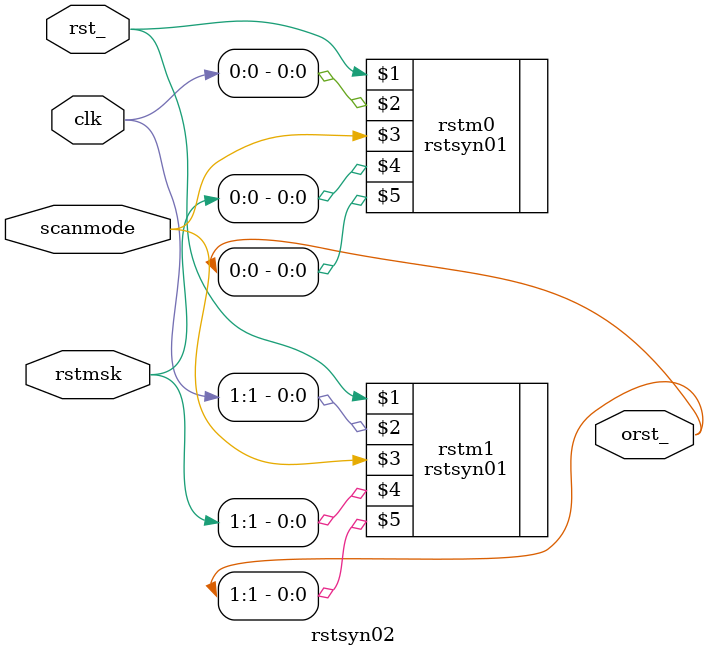
<source format=v>

module rstsyn02
    (
     rst_,
     clk,
     scanmode,
     rstmsk,
     orst_
     );

////////////////////////////////////////////////////////////////////////////////
// Parameter declarations



////////////////////////////////////////////////////////////////////////////////
// Port declarations

input           rst_;
input  [1:0]    clk;
input           scanmode;
input  [1:0]    rstmsk;
output [1:0]    orst_;

////////////////////////////////////////////////////////////////////////////////
// Output declarations

wire    [1:0]   orst_;


////////////////////////////////////////////////////////////////////////////////
// Local logic and instantiation


rstsyn01 rstm0  (rst_, clk[0],  scanmode, rstmsk[0],  orst_[0]);
rstsyn01 rstm1  (rst_, clk[1],  scanmode, rstmsk[1],  orst_[1]);

endmodule 


</source>
